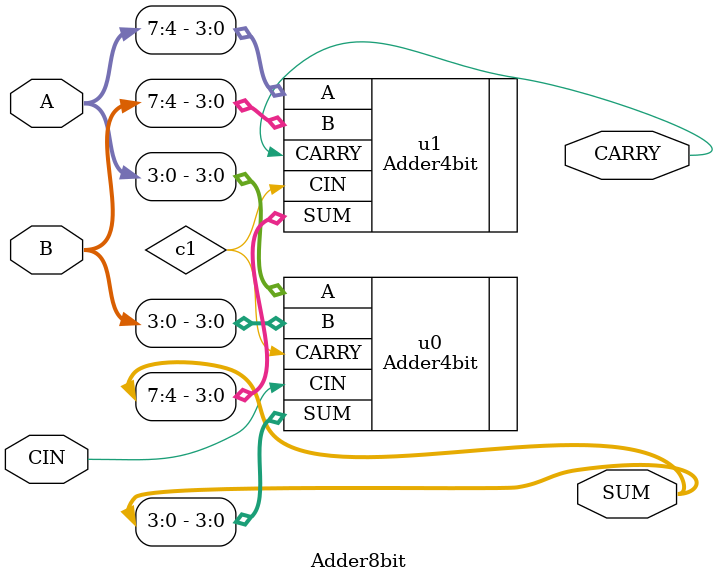
<source format=v>
`timescale 1ns / 1ps
module Adder8bit(
    input [7:0] A,
    input [7:0] B,
    input CIN,
    output [7:0] SUM,
    output CARRY
    );
wire c1;

Adder4bit u0 (
		.A(A[3:0]), 
		.B(B[3:0]), 
		.CIN(CIN), 
		.SUM(SUM[3:0]), 
		.CARRY(c1)
	);
Adder4bit u1 (
		.A(A[7:4]), 
		.B(B[7:4]), 
		.CIN(c1), 
		.SUM(SUM[7:4]), 
		.CARRY(CARRY)
	);

endmodule

</source>
